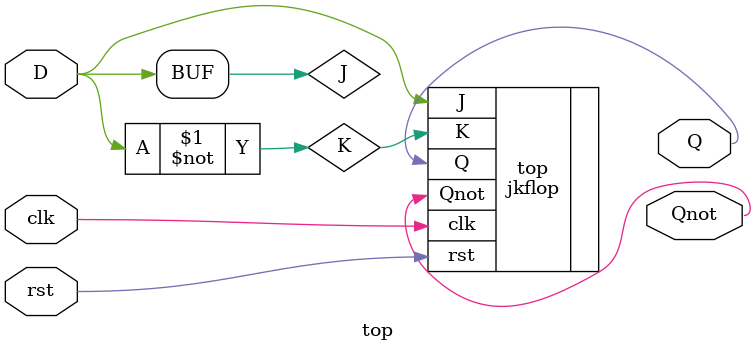
<source format=sv>
`timescale 1ns / 1ps


module top(
    input clk,
    input rst,
    input D,
    output logic Q,
    output logic Qnot
    );
    
    logic J,K;
    assign J = D;
    assign K = ~D;
    
    jkflop top(.clk(clk), .rst(rst), .J(J), .K(K), .Q(Q), .Qnot(Qnot));
endmodule

</source>
